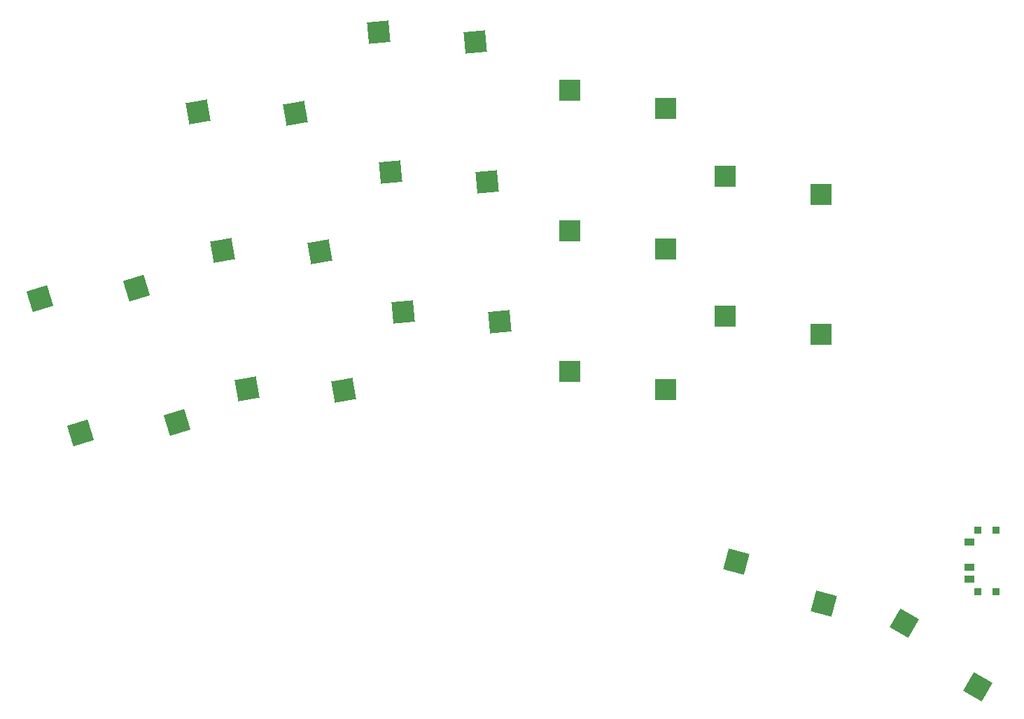
<source format=gbp>
%TF.GenerationSoftware,KiCad,Pcbnew,(6.0.4)*%
%TF.CreationDate,2022-05-15T06:43:47+02:00*%
%TF.ProjectId,battoota,62617474-6f6f-4746-912e-6b696361645f,v1.0.0*%
%TF.SameCoordinates,Original*%
%TF.FileFunction,Paste,Bot*%
%TF.FilePolarity,Positive*%
%FSLAX46Y46*%
G04 Gerber Fmt 4.6, Leading zero omitted, Abs format (unit mm)*
G04 Created by KiCad (PCBNEW (6.0.4)) date 2022-05-15 06:43:47*
%MOMM*%
%LPD*%
G01*
G04 APERTURE LIST*
G04 Aperture macros list*
%AMRotRect*
0 Rectangle, with rotation*
0 The origin of the aperture is its center*
0 $1 length*
0 $2 width*
0 $3 Rotation angle, in degrees counterclockwise*
0 Add horizontal line*
21,1,$1,$2,0,0,$3*%
G04 Aperture macros list end*
%ADD10RotRect,2.600000X2.600000X10.000000*%
%ADD11RotRect,2.600000X2.600000X5.000000*%
%ADD12R,2.600000X2.600000*%
%ADD13RotRect,2.600000X2.600000X330.000000*%
%ADD14R,0.900000X0.900000*%
%ADD15R,1.250000X0.900000*%
%ADD16RotRect,2.600000X2.600000X17.000000*%
%ADD17RotRect,2.600000X2.600000X345.000000*%
G04 APERTURE END LIST*
D10*
%TO.C,S11*%
X67128658Y110035975D03*
X78885213Y109875035D03*
%TD*%
D11*
%TO.C,S15*%
X90440529Y102756090D03*
X102138320Y101571111D03*
%TD*%
D12*
%TO.C,S21*%
X112136087Y95636017D03*
X123686087Y93436017D03*
%TD*%
%TO.C,S29*%
X130917000Y102292500D03*
X142467000Y100092500D03*
%TD*%
D13*
%TO.C,S33*%
X152567412Y48150564D03*
X161470005Y40470308D03*
%TD*%
D10*
%TO.C,S7*%
X73032696Y76552511D03*
X84789251Y76391571D03*
%TD*%
D14*
%TO.C,T2*%
X163660225Y52008029D03*
X163660225Y59408029D03*
X161460225Y52008029D03*
X161460225Y59408029D03*
D15*
X160485225Y57958029D03*
X160485225Y54958029D03*
X160485225Y53458029D03*
%TD*%
D16*
%TO.C,S5*%
X47970749Y87462459D03*
X59659287Y88735482D03*
%TD*%
D12*
%TO.C,S27*%
X130917000Y85292500D03*
X142467000Y83092500D03*
%TD*%
D10*
%TO.C,S9*%
X70080677Y93294243D03*
X81837232Y93133303D03*
%TD*%
D11*
%TO.C,S13*%
X91922177Y85820780D03*
X103619968Y84635801D03*
%TD*%
%TO.C,S17*%
X88958882Y119691400D03*
X100656673Y118506421D03*
%TD*%
D17*
%TO.C,S31*%
X132267612Y55633629D03*
X142854654Y50519232D03*
%TD*%
D16*
%TO.C,S3*%
X52941068Y71205278D03*
X64629606Y72478301D03*
%TD*%
D12*
%TO.C,S23*%
X112136087Y112636017D03*
X123686087Y110436017D03*
%TD*%
%TO.C,S19*%
X112136087Y78636017D03*
X123686087Y76436017D03*
%TD*%
M02*

</source>
